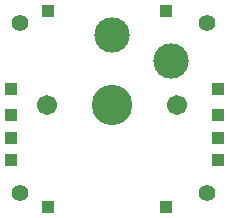
<source format=gbr>
%TF.GenerationSoftware,KiCad,Pcbnew,6.0.5*%
%TF.CreationDate,2022-10-09T08:24:47+11:00*%
%TF.ProjectId,ameoba,616d656f-6261-42e6-9b69-6361645f7063,rev?*%
%TF.SameCoordinates,Original*%
%TF.FileFunction,Soldermask,Top*%
%TF.FilePolarity,Negative*%
%FSLAX46Y46*%
G04 Gerber Fmt 4.6, Leading zero omitted, Abs format (unit mm)*
G04 Created by KiCad (PCBNEW 6.0.5) date 2022-10-09 08:24:47*
%MOMM*%
%LPD*%
G01*
G04 APERTURE LIST*
%ADD10R,1.000000X1.000000*%
%ADD11C,1.400000*%
%ADD12C,1.701800*%
%ADD13C,3.429000*%
%ADD14C,3.000000*%
G04 APERTURE END LIST*
D10*
%TO.C,*%
X34400000Y-28187847D03*
%TD*%
D11*
%TO.C,H3*%
X33450508Y-18422892D03*
%TD*%
%TO.C,H3*%
X33450508Y-32824487D03*
%TD*%
D10*
%TO.C,*%
X30000000Y-17395497D03*
%TD*%
%TO.C,*%
X16900000Y-30000000D03*
%TD*%
%TO.C,*%
X20000000Y-17400000D03*
%TD*%
%TO.C,*%
X20000000Y-34000000D03*
%TD*%
%TO.C,*%
X34400000Y-30000000D03*
%TD*%
%TO.C,*%
X16900000Y-26200000D03*
%TD*%
%TO.C,*%
X34400000Y-26200000D03*
%TD*%
D11*
%TO.C,H3*%
X17633627Y-32824487D03*
%TD*%
D10*
%TO.C,*%
X30000000Y-34000000D03*
%TD*%
%TO.C,*%
X16900000Y-24000000D03*
%TD*%
%TO.C,*%
X34400000Y-24000000D03*
%TD*%
D11*
%TO.C,H3*%
X17633627Y-18422892D03*
%TD*%
D12*
%TO.C,S18*%
X30900000Y-25400000D03*
X19900000Y-25400000D03*
D13*
X25400000Y-25400000D03*
D14*
X30400000Y-21650000D03*
X25400000Y-19450000D03*
%TD*%
D10*
%TO.C,*%
X16900000Y-28187847D03*
%TD*%
M02*

</source>
